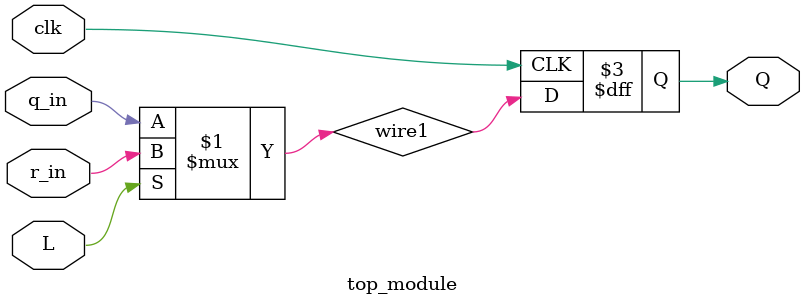
<source format=v>
module top_module (
	input clk,
	input L,
	input r_in,
	input q_in,
	output reg Q
);
    wire wire1;

    assign wire1 = L ? r_in : q_in;

    always @(posedge clk) begin
        Q <= wire1;
    end

endmodule

</source>
